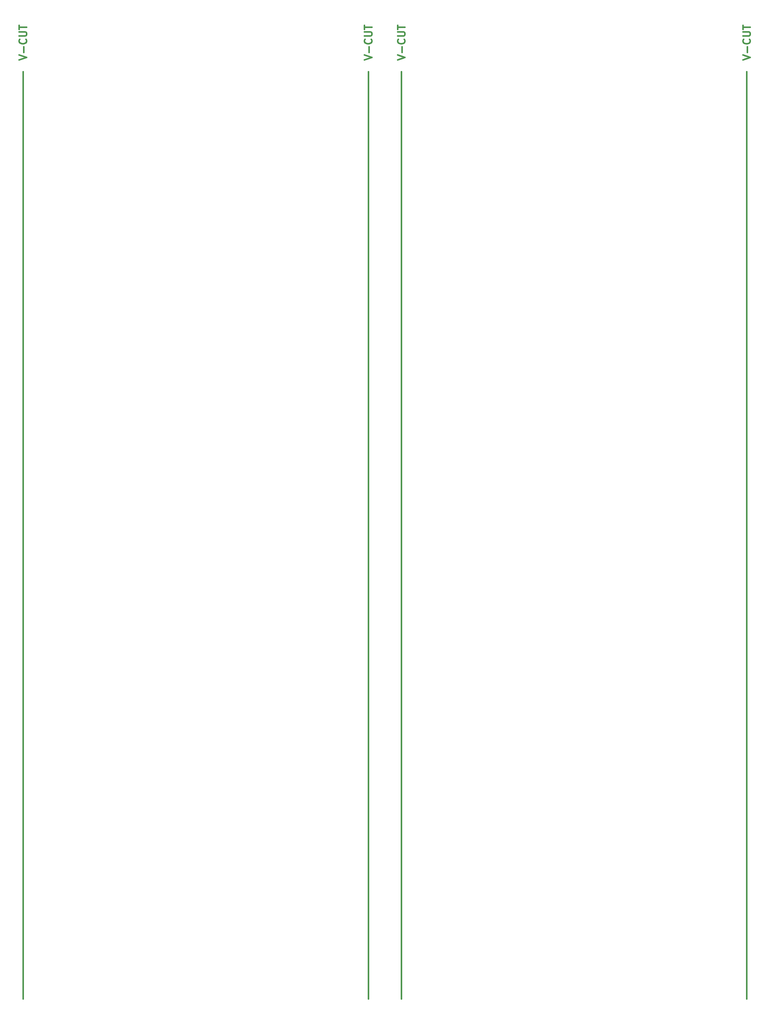
<source format=gbr>
G04 #@! TF.GenerationSoftware,KiCad,Pcbnew,7.0.2*
G04 #@! TF.CreationDate,2023-07-26T12:10:10+02:00*
G04 #@! TF.ProjectId,ulx3s_panel,756c7833-735f-4706-916e-656c2e6b6963,v3.1.8*
G04 #@! TF.SameCoordinates,Original*
G04 #@! TF.FileFunction,Other,Comment*
%FSLAX46Y46*%
G04 Gerber Fmt 4.6, Leading zero omitted, Abs format (unit mm)*
G04 Created by KiCad (PCBNEW 7.0.2) date 2023-07-26 12:10:10*
%MOMM*%
%LPD*%
G01*
G04 APERTURE LIST*
%ADD10C,0.400000*%
G04 APERTURE END LIST*
D10*
X246980000Y-17000000D02*
X246980000Y-269200000D01*
X50020000Y-17000000D02*
X50020000Y-269200000D01*
X144000000Y-17000000D02*
X144000000Y-269200000D01*
X153000000Y-17000000D02*
X153000000Y-269200000D01*
X48945238Y-13809523D02*
X50945238Y-13142857D01*
X50945238Y-13142857D02*
X48945238Y-12476190D01*
X50183333Y-11809523D02*
X50183333Y-10285714D01*
X50754761Y-8190476D02*
X50850000Y-8285714D01*
X50850000Y-8285714D02*
X50945238Y-8571428D01*
X50945238Y-8571428D02*
X50945238Y-8761904D01*
X50945238Y-8761904D02*
X50850000Y-9047619D01*
X50850000Y-9047619D02*
X50659523Y-9238095D01*
X50659523Y-9238095D02*
X50469047Y-9333333D01*
X50469047Y-9333333D02*
X50088095Y-9428571D01*
X50088095Y-9428571D02*
X49802380Y-9428571D01*
X49802380Y-9428571D02*
X49421428Y-9333333D01*
X49421428Y-9333333D02*
X49230952Y-9238095D01*
X49230952Y-9238095D02*
X49040476Y-9047619D01*
X49040476Y-9047619D02*
X48945238Y-8761904D01*
X48945238Y-8761904D02*
X48945238Y-8571428D01*
X48945238Y-8571428D02*
X49040476Y-8285714D01*
X49040476Y-8285714D02*
X49135714Y-8190476D01*
X48945238Y-7333333D02*
X50564285Y-7333333D01*
X50564285Y-7333333D02*
X50754761Y-7238095D01*
X50754761Y-7238095D02*
X50850000Y-7142857D01*
X50850000Y-7142857D02*
X50945238Y-6952381D01*
X50945238Y-6952381D02*
X50945238Y-6571428D01*
X50945238Y-6571428D02*
X50850000Y-6380952D01*
X50850000Y-6380952D02*
X50754761Y-6285714D01*
X50754761Y-6285714D02*
X50564285Y-6190476D01*
X50564285Y-6190476D02*
X48945238Y-6190476D01*
X48945238Y-5523809D02*
X48945238Y-4380952D01*
X50945238Y-4952381D02*
X48945238Y-4952381D01*
X142925238Y-13809523D02*
X144925238Y-13142857D01*
X144925238Y-13142857D02*
X142925238Y-12476190D01*
X144163333Y-11809523D02*
X144163333Y-10285714D01*
X144734761Y-8190476D02*
X144830000Y-8285714D01*
X144830000Y-8285714D02*
X144925238Y-8571428D01*
X144925238Y-8571428D02*
X144925238Y-8761904D01*
X144925238Y-8761904D02*
X144830000Y-9047619D01*
X144830000Y-9047619D02*
X144639523Y-9238095D01*
X144639523Y-9238095D02*
X144449047Y-9333333D01*
X144449047Y-9333333D02*
X144068095Y-9428571D01*
X144068095Y-9428571D02*
X143782380Y-9428571D01*
X143782380Y-9428571D02*
X143401428Y-9333333D01*
X143401428Y-9333333D02*
X143210952Y-9238095D01*
X143210952Y-9238095D02*
X143020476Y-9047619D01*
X143020476Y-9047619D02*
X142925238Y-8761904D01*
X142925238Y-8761904D02*
X142925238Y-8571428D01*
X142925238Y-8571428D02*
X143020476Y-8285714D01*
X143020476Y-8285714D02*
X143115714Y-8190476D01*
X142925238Y-7333333D02*
X144544285Y-7333333D01*
X144544285Y-7333333D02*
X144734761Y-7238095D01*
X144734761Y-7238095D02*
X144830000Y-7142857D01*
X144830000Y-7142857D02*
X144925238Y-6952381D01*
X144925238Y-6952381D02*
X144925238Y-6571428D01*
X144925238Y-6571428D02*
X144830000Y-6380952D01*
X144830000Y-6380952D02*
X144734761Y-6285714D01*
X144734761Y-6285714D02*
X144544285Y-6190476D01*
X144544285Y-6190476D02*
X142925238Y-6190476D01*
X142925238Y-5523809D02*
X142925238Y-4380952D01*
X144925238Y-4952381D02*
X142925238Y-4952381D01*
X245905238Y-13809523D02*
X247905238Y-13142857D01*
X247905238Y-13142857D02*
X245905238Y-12476190D01*
X247143333Y-11809523D02*
X247143333Y-10285714D01*
X247714761Y-8190476D02*
X247810000Y-8285714D01*
X247810000Y-8285714D02*
X247905238Y-8571428D01*
X247905238Y-8571428D02*
X247905238Y-8761904D01*
X247905238Y-8761904D02*
X247810000Y-9047619D01*
X247810000Y-9047619D02*
X247619523Y-9238095D01*
X247619523Y-9238095D02*
X247429047Y-9333333D01*
X247429047Y-9333333D02*
X247048095Y-9428571D01*
X247048095Y-9428571D02*
X246762380Y-9428571D01*
X246762380Y-9428571D02*
X246381428Y-9333333D01*
X246381428Y-9333333D02*
X246190952Y-9238095D01*
X246190952Y-9238095D02*
X246000476Y-9047619D01*
X246000476Y-9047619D02*
X245905238Y-8761904D01*
X245905238Y-8761904D02*
X245905238Y-8571428D01*
X245905238Y-8571428D02*
X246000476Y-8285714D01*
X246000476Y-8285714D02*
X246095714Y-8190476D01*
X245905238Y-7333333D02*
X247524285Y-7333333D01*
X247524285Y-7333333D02*
X247714761Y-7238095D01*
X247714761Y-7238095D02*
X247810000Y-7142857D01*
X247810000Y-7142857D02*
X247905238Y-6952381D01*
X247905238Y-6952381D02*
X247905238Y-6571428D01*
X247905238Y-6571428D02*
X247810000Y-6380952D01*
X247810000Y-6380952D02*
X247714761Y-6285714D01*
X247714761Y-6285714D02*
X247524285Y-6190476D01*
X247524285Y-6190476D02*
X245905238Y-6190476D01*
X245905238Y-5523809D02*
X245905238Y-4380952D01*
X247905238Y-4952381D02*
X245905238Y-4952381D01*
X151925238Y-13809523D02*
X153925238Y-13142857D01*
X153925238Y-13142857D02*
X151925238Y-12476190D01*
X153163333Y-11809523D02*
X153163333Y-10285714D01*
X153734761Y-8190476D02*
X153830000Y-8285714D01*
X153830000Y-8285714D02*
X153925238Y-8571428D01*
X153925238Y-8571428D02*
X153925238Y-8761904D01*
X153925238Y-8761904D02*
X153830000Y-9047619D01*
X153830000Y-9047619D02*
X153639523Y-9238095D01*
X153639523Y-9238095D02*
X153449047Y-9333333D01*
X153449047Y-9333333D02*
X153068095Y-9428571D01*
X153068095Y-9428571D02*
X152782380Y-9428571D01*
X152782380Y-9428571D02*
X152401428Y-9333333D01*
X152401428Y-9333333D02*
X152210952Y-9238095D01*
X152210952Y-9238095D02*
X152020476Y-9047619D01*
X152020476Y-9047619D02*
X151925238Y-8761904D01*
X151925238Y-8761904D02*
X151925238Y-8571428D01*
X151925238Y-8571428D02*
X152020476Y-8285714D01*
X152020476Y-8285714D02*
X152115714Y-8190476D01*
X151925238Y-7333333D02*
X153544285Y-7333333D01*
X153544285Y-7333333D02*
X153734761Y-7238095D01*
X153734761Y-7238095D02*
X153830000Y-7142857D01*
X153830000Y-7142857D02*
X153925238Y-6952381D01*
X153925238Y-6952381D02*
X153925238Y-6571428D01*
X153925238Y-6571428D02*
X153830000Y-6380952D01*
X153830000Y-6380952D02*
X153734761Y-6285714D01*
X153734761Y-6285714D02*
X153544285Y-6190476D01*
X153544285Y-6190476D02*
X151925238Y-6190476D01*
X151925238Y-5523809D02*
X151925238Y-4380952D01*
X153925238Y-4952381D02*
X151925238Y-4952381D01*
M02*

</source>
